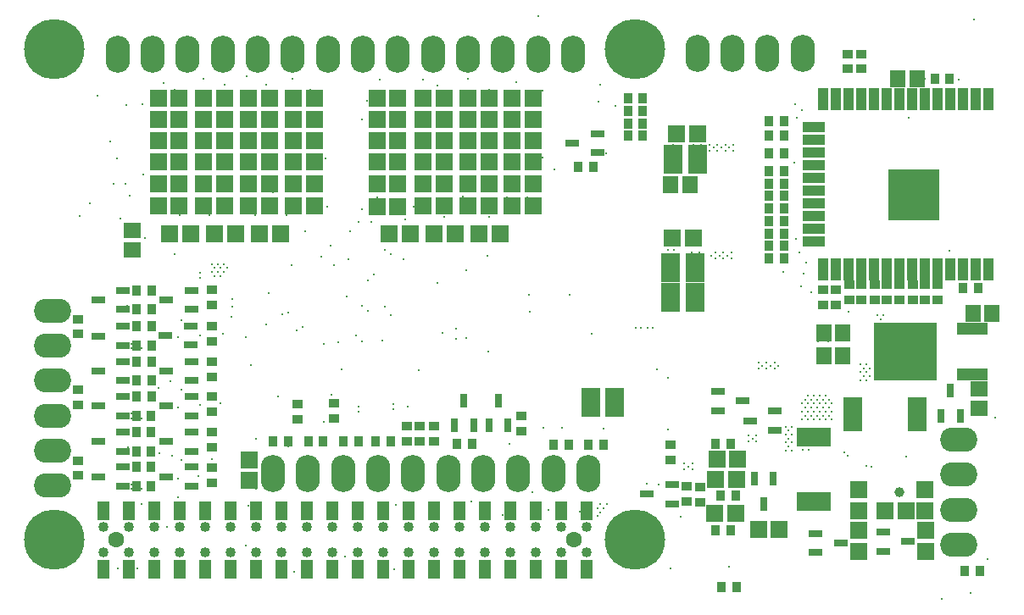
<source format=gbs>
G04*
G04 #@! TF.GenerationSoftware,Altium Limited,Altium Designer,18.0.7 (293)*
G04*
G04 Layer_Color=16711935*
%FSLAX25Y25*%
%MOIN*%
G70*
G01*
G75*
%ADD59R,0.03556X0.04343*%
%ADD60R,0.04343X0.03556*%
%ADD61R,0.06706X0.05918*%
%ADD62R,0.06706X0.06509*%
%ADD63R,0.06509X0.06706*%
%ADD80R,0.05564X0.03123*%
%ADD85R,0.05918X0.06706*%
%ADD87C,0.23716*%
%ADD88C,0.04016*%
%ADD89C,0.06299*%
%ADD90O,0.09658X0.14580*%
%ADD91O,0.14580X0.09658*%
%ADD92C,0.01300*%
%ADD93C,0.00787*%
%ADD94C,0.03937*%
%ADD132R,0.04816X0.07808*%
%ADD133R,0.07493X0.13398*%
%ADD134R,0.13398X0.07493*%
%ADD135R,0.07493X0.11400*%
%ADD136R,0.04343X0.08674*%
%ADD137R,0.08674X0.04343*%
%ADD138R,0.20485X0.20485*%
%ADD139R,0.24776X0.22965*%
%ADD140R,0.11942X0.04619*%
%ADD141R,0.03123X0.05564*%
D59*
X411221Y217913D02*
D03*
X417126D02*
D03*
X411221Y251969D02*
D03*
X417126D02*
D03*
X437992Y344488D02*
D03*
X432087D02*
D03*
X413189Y231496D02*
D03*
X419095D02*
D03*
X514961Y201772D02*
D03*
X509055D02*
D03*
X432087Y339567D02*
D03*
X437992D02*
D03*
X237205Y252756D02*
D03*
X243110D02*
D03*
X256890D02*
D03*
X250984D02*
D03*
X264764D02*
D03*
X270669D02*
D03*
X283268D02*
D03*
X277362D02*
D03*
X361181Y251575D02*
D03*
X367087D02*
D03*
X353307D02*
D03*
X347402D02*
D03*
X419291Y195472D02*
D03*
X413386D02*
D03*
X432087Y324803D02*
D03*
X437992D02*
D03*
X508465Y313189D02*
D03*
X514370D02*
D03*
X183268Y235236D02*
D03*
X189173D02*
D03*
X183268Y262795D02*
D03*
X189173D02*
D03*
X183465Y290551D02*
D03*
X189370D02*
D03*
X189173Y242717D02*
D03*
X183268D02*
D03*
X189370Y270472D02*
D03*
X183465D02*
D03*
X189370Y298031D02*
D03*
X183465D02*
D03*
X183268Y249016D02*
D03*
X189173D02*
D03*
X183465Y276969D02*
D03*
X189370D02*
D03*
X183465Y304724D02*
D03*
X189370D02*
D03*
X189173Y256496D02*
D03*
X183268D02*
D03*
X189370Y284252D02*
D03*
X183465D02*
D03*
X189370Y312205D02*
D03*
X183465D02*
D03*
X309449Y251969D02*
D03*
X315354D02*
D03*
X432087Y349410D02*
D03*
X437992D02*
D03*
X437992Y378740D02*
D03*
X432087D02*
D03*
X382480Y382874D02*
D03*
X376575D02*
D03*
X437992Y334646D02*
D03*
X432087D02*
D03*
X376575Y387795D02*
D03*
X382480D02*
D03*
X437992Y373031D02*
D03*
X432087D02*
D03*
X382480Y377953D02*
D03*
X376575D02*
D03*
Y373031D02*
D03*
X382480D02*
D03*
X437992Y354331D02*
D03*
X432087D02*
D03*
X437992Y359252D02*
D03*
X432087D02*
D03*
X503150Y395472D02*
D03*
X497244D02*
D03*
X357087Y361024D02*
D03*
X362992D02*
D03*
X432087Y329724D02*
D03*
X437992D02*
D03*
X432087Y366339D02*
D03*
X437992D02*
D03*
D60*
X404921Y228937D02*
D03*
Y234842D02*
D03*
X399803Y229134D02*
D03*
Y235039D02*
D03*
X473622Y314567D02*
D03*
Y308661D02*
D03*
X468504D02*
D03*
Y314567D02*
D03*
X463583D02*
D03*
Y308661D02*
D03*
X498425Y308622D02*
D03*
Y314528D02*
D03*
X483465Y314567D02*
D03*
Y308661D02*
D03*
X478543D02*
D03*
Y314567D02*
D03*
X493504D02*
D03*
Y308661D02*
D03*
X488583D02*
D03*
Y314567D02*
D03*
X463189Y405315D02*
D03*
Y399410D02*
D03*
X468504D02*
D03*
Y405315D02*
D03*
X261024Y267717D02*
D03*
Y261811D02*
D03*
X246850Y261614D02*
D03*
Y267520D02*
D03*
X334842Y262795D02*
D03*
Y256890D02*
D03*
X300394Y258858D02*
D03*
Y252953D02*
D03*
X294685Y258858D02*
D03*
Y252953D02*
D03*
X289764Y258858D02*
D03*
Y252953D02*
D03*
X160433Y245276D02*
D03*
Y239370D02*
D03*
Y273031D02*
D03*
Y267126D02*
D03*
Y300984D02*
D03*
Y295079D02*
D03*
X213189Y236614D02*
D03*
Y242520D02*
D03*
Y264567D02*
D03*
Y270472D02*
D03*
X213189Y292323D02*
D03*
Y298228D02*
D03*
Y250590D02*
D03*
Y256496D02*
D03*
X213189Y278346D02*
D03*
Y284252D02*
D03*
X213189Y306496D02*
D03*
Y312402D02*
D03*
X453543Y312598D02*
D03*
Y306693D02*
D03*
X458465Y312598D02*
D03*
Y306693D02*
D03*
X393307Y245669D02*
D03*
Y251575D02*
D03*
D61*
X181693Y328346D02*
D03*
Y335827D02*
D03*
X514567Y273425D02*
D03*
Y265945D02*
D03*
D62*
X227756Y245669D02*
D03*
Y237402D02*
D03*
X493701Y217717D02*
D03*
Y209449D02*
D03*
X277953Y379527D02*
D03*
Y387795D02*
D03*
X191929Y387795D02*
D03*
Y379528D02*
D03*
X296063Y379528D02*
D03*
Y387795D02*
D03*
X209646Y387795D02*
D03*
Y379528D02*
D03*
X313779Y379527D02*
D03*
Y387795D02*
D03*
X227362Y387795D02*
D03*
Y379528D02*
D03*
X331102Y379527D02*
D03*
Y387795D02*
D03*
X245079Y387795D02*
D03*
Y379528D02*
D03*
X286221Y379528D02*
D03*
Y387795D02*
D03*
X200197Y387795D02*
D03*
Y379528D02*
D03*
X304331Y379528D02*
D03*
Y387795D02*
D03*
X217913Y387795D02*
D03*
Y379528D02*
D03*
X322047Y379527D02*
D03*
Y387795D02*
D03*
X235630Y387795D02*
D03*
Y379528D02*
D03*
X339370Y379527D02*
D03*
Y387795D02*
D03*
X253346Y387795D02*
D03*
Y379528D02*
D03*
X286221Y362795D02*
D03*
Y371063D02*
D03*
X200197Y371063D02*
D03*
Y362795D02*
D03*
X304331Y362795D02*
D03*
Y371063D02*
D03*
X217913Y371063D02*
D03*
Y362795D02*
D03*
X322047Y362795D02*
D03*
Y371063D02*
D03*
X235630Y371063D02*
D03*
Y362795D02*
D03*
X339370Y362795D02*
D03*
Y371063D02*
D03*
X253346Y371063D02*
D03*
Y362795D02*
D03*
X277953Y371063D02*
D03*
Y362795D02*
D03*
X191929Y362795D02*
D03*
Y371063D02*
D03*
X296063Y371063D02*
D03*
Y362795D02*
D03*
X209646Y362795D02*
D03*
Y371063D02*
D03*
X313779Y371063D02*
D03*
Y362795D02*
D03*
X227362Y362795D02*
D03*
Y371063D02*
D03*
X331102Y371063D02*
D03*
Y362795D02*
D03*
X245079Y362795D02*
D03*
Y371063D02*
D03*
X493504Y233858D02*
D03*
Y225590D02*
D03*
X467323Y217913D02*
D03*
Y209646D02*
D03*
X467520Y225590D02*
D03*
Y233858D02*
D03*
D63*
X318110Y334646D02*
D03*
X326378D02*
D03*
X240158Y334449D02*
D03*
X231890D02*
D03*
X196457D02*
D03*
X204724D02*
D03*
X300394Y334646D02*
D03*
X308661D02*
D03*
X222441Y334449D02*
D03*
X214173D02*
D03*
X277953Y354134D02*
D03*
X286221D02*
D03*
X200197Y354134D02*
D03*
X191929D02*
D03*
X296063Y354134D02*
D03*
X304331D02*
D03*
X217913Y354134D02*
D03*
X209646D02*
D03*
X313779Y354134D02*
D03*
X322047D02*
D03*
X235630Y354134D02*
D03*
X227362D02*
D03*
X331102Y354134D02*
D03*
X339370D02*
D03*
X253346Y354134D02*
D03*
X245079D02*
D03*
X402362Y332874D02*
D03*
X394094D02*
D03*
X395866Y374016D02*
D03*
X404134D02*
D03*
X290945Y334646D02*
D03*
X282677D02*
D03*
X411614Y245866D02*
D03*
X419882D02*
D03*
X410827Y224606D02*
D03*
X419095D02*
D03*
X436221Y218110D02*
D03*
X427953D02*
D03*
X419488Y237992D02*
D03*
X411221D02*
D03*
X486024Y225590D02*
D03*
X477756D02*
D03*
X277953Y345276D02*
D03*
X286221D02*
D03*
X304331Y345669D02*
D03*
X296063D02*
D03*
X313779D02*
D03*
X322047D02*
D03*
X339370D02*
D03*
X331102D02*
D03*
X191929Y345472D02*
D03*
X200197D02*
D03*
X217913D02*
D03*
X209646D02*
D03*
X227362D02*
D03*
X235630D02*
D03*
X253346D02*
D03*
X245079D02*
D03*
D80*
X450394Y209055D02*
D03*
Y216535D02*
D03*
X460276Y212795D02*
D03*
X476949Y209646D02*
D03*
Y217126D02*
D03*
X486831Y213386D02*
D03*
X394114Y235827D02*
D03*
Y228346D02*
D03*
X384232Y232087D02*
D03*
X434469Y264764D02*
D03*
Y257283D02*
D03*
X424587Y261024D02*
D03*
X364587Y374016D02*
D03*
Y366535D02*
D03*
X354705Y370276D02*
D03*
X204921Y312205D02*
D03*
Y304724D02*
D03*
X195039Y308465D02*
D03*
X204921Y284252D02*
D03*
Y276772D02*
D03*
X195039Y280512D02*
D03*
X204961Y256496D02*
D03*
Y249016D02*
D03*
X195079Y252756D02*
D03*
X204744Y298228D02*
D03*
Y290748D02*
D03*
X194862Y294488D02*
D03*
X204921Y270472D02*
D03*
Y262992D02*
D03*
X195039Y266732D02*
D03*
X204961Y242717D02*
D03*
Y235236D02*
D03*
X195079Y238976D02*
D03*
X411988Y264961D02*
D03*
Y272441D02*
D03*
X421870Y268701D02*
D03*
X178169Y312205D02*
D03*
Y304724D02*
D03*
X168287Y308465D02*
D03*
X178169Y284252D02*
D03*
Y276772D02*
D03*
X168287Y280512D02*
D03*
X178169Y256496D02*
D03*
Y249016D02*
D03*
X168287Y252756D02*
D03*
X178150Y298031D02*
D03*
Y290551D02*
D03*
X168268Y294291D02*
D03*
X178169Y270472D02*
D03*
Y262992D02*
D03*
X168287Y266732D02*
D03*
X178169Y242717D02*
D03*
Y235236D02*
D03*
X168287Y238976D02*
D03*
D85*
X461221Y295472D02*
D03*
X453740D02*
D03*
X490354Y395669D02*
D03*
X482874D02*
D03*
X400984Y353740D02*
D03*
X393504D02*
D03*
X461221Y286614D02*
D03*
X453740D02*
D03*
X512402Y303346D02*
D03*
X519882D02*
D03*
D87*
X379528Y407087D02*
D03*
Y214173D02*
D03*
X151181Y407087D02*
D03*
Y214173D02*
D03*
D88*
X190354Y219193D02*
D03*
X170374Y209154D02*
D03*
X180413Y219193D02*
D03*
Y209154D02*
D03*
X170374Y219193D02*
D03*
X200394D02*
D03*
X210433Y209154D02*
D03*
Y219193D02*
D03*
X200394Y209154D02*
D03*
X220374Y219193D02*
D03*
X190354Y209154D02*
D03*
X220374D02*
D03*
X280315D02*
D03*
X250295D02*
D03*
X280315Y219193D02*
D03*
X260335Y209154D02*
D03*
X270374Y219193D02*
D03*
Y209154D02*
D03*
X260335Y219193D02*
D03*
X230315D02*
D03*
X240354Y209154D02*
D03*
Y219193D02*
D03*
X230315Y209154D02*
D03*
X250295Y219193D02*
D03*
X340256Y209252D02*
D03*
X310236Y209154D02*
D03*
X340354Y219193D02*
D03*
X320276Y209252D02*
D03*
X330315Y219193D02*
D03*
Y209252D02*
D03*
X320276Y219193D02*
D03*
X290354D02*
D03*
X300295Y209154D02*
D03*
Y219193D02*
D03*
X290354Y209154D02*
D03*
X310236Y219193D02*
D03*
X350295Y209154D02*
D03*
Y219193D02*
D03*
X360335D02*
D03*
X360335Y209154D02*
D03*
D89*
X175394Y214173D02*
D03*
X355315D02*
D03*
D90*
X327559Y405315D02*
D03*
X313779D02*
D03*
X231102D02*
D03*
X244882D02*
D03*
X300000D02*
D03*
X286221D02*
D03*
X203543D02*
D03*
X217323D02*
D03*
X258661D02*
D03*
X272441D02*
D03*
X189764D02*
D03*
X175984D02*
D03*
X305907Y240119D02*
D03*
X292127D02*
D03*
X319686D02*
D03*
X333466D02*
D03*
X341339Y405315D02*
D03*
X355118D02*
D03*
X417717Y405512D02*
D03*
X403937D02*
D03*
X431496D02*
D03*
X445276D02*
D03*
X237008Y240158D02*
D03*
X250787D02*
D03*
X278346D02*
D03*
X264567D02*
D03*
X347244D02*
D03*
X361024D02*
D03*
D91*
X150394Y249213D02*
D03*
Y235433D02*
D03*
Y290551D02*
D03*
Y304331D02*
D03*
Y276772D02*
D03*
Y262992D02*
D03*
X506891Y253504D02*
D03*
Y239725D02*
D03*
Y212166D02*
D03*
Y225945D02*
D03*
D92*
X257874Y364173D02*
D03*
X258268Y345276D02*
D03*
X322047Y341142D02*
D03*
X304528D02*
D03*
X288976Y340354D02*
D03*
X329134Y349016D02*
D03*
X337205D02*
D03*
X237205Y350787D02*
D03*
X311614Y349213D02*
D03*
X227559Y248425D02*
D03*
X257086Y260629D02*
D03*
X227362Y227559D02*
D03*
X230315Y234055D02*
D03*
X226378Y212008D02*
D03*
X230315Y236811D02*
D03*
X511417Y193307D02*
D03*
X486221Y246850D02*
D03*
X416535Y203543D02*
D03*
X226575Y396457D02*
D03*
X234252Y393110D02*
D03*
X209646Y395669D02*
D03*
X217913Y393109D02*
D03*
X198425Y391339D02*
D03*
X194476Y385249D02*
D03*
X301575Y392717D02*
D03*
X500197Y190945D02*
D03*
X337598Y310433D02*
D03*
X353739Y310432D02*
D03*
X338189Y303937D02*
D03*
X512598Y418898D02*
D03*
X244882Y395472D02*
D03*
X296063Y395276D02*
D03*
X313779Y395472D02*
D03*
X167913Y388779D02*
D03*
X239173Y270472D02*
D03*
X228346Y282874D02*
D03*
X226378Y293701D02*
D03*
X234449Y298819D02*
D03*
X230512Y253937D02*
D03*
X285433Y227755D02*
D03*
X243110Y250984D02*
D03*
X444685Y313779D02*
D03*
X445669Y318701D02*
D03*
X437598Y319685D02*
D03*
X521062Y262204D02*
D03*
X280118Y225394D02*
D03*
X412992Y237795D02*
D03*
X418307Y246654D02*
D03*
X406298Y229330D02*
D03*
X517913Y206496D02*
D03*
X451378Y292323D02*
D03*
X455512D02*
D03*
X493504Y395472D02*
D03*
X444094Y327165D02*
D03*
X446653Y323228D02*
D03*
X216535Y352362D02*
D03*
X189764Y346850D02*
D03*
X277953Y348819D02*
D03*
X314961Y229331D02*
D03*
X506890Y395079D02*
D03*
X341535Y420275D02*
D03*
X365747Y393109D02*
D03*
X365158Y386614D02*
D03*
X371654Y384842D02*
D03*
X309055Y293110D02*
D03*
Y297244D02*
D03*
X513583Y387598D02*
D03*
X388779Y235826D02*
D03*
X384055Y236221D02*
D03*
X392520Y257480D02*
D03*
X284646Y202559D02*
D03*
X362402Y295079D02*
D03*
X442717Y332677D02*
D03*
X493504Y387402D02*
D03*
X367913Y366339D02*
D03*
X487008Y380315D02*
D03*
X508465Y387598D02*
D03*
X345276Y225787D02*
D03*
X339180Y232700D02*
D03*
X357677Y225197D02*
D03*
X327362Y223819D02*
D03*
X321850Y288189D02*
D03*
X366929Y257874D02*
D03*
X350787Y258070D02*
D03*
X343307Y258071D02*
D03*
X347835Y359842D02*
D03*
X343109Y364566D02*
D03*
X303740Y295472D02*
D03*
X280118Y292519D02*
D03*
X295693Y258834D02*
D03*
X289961Y266535D02*
D03*
X513583Y320472D02*
D03*
X245472Y201378D02*
D03*
X265551Y207480D02*
D03*
X397441Y223228D02*
D03*
X266142Y309842D02*
D03*
X255906Y325394D02*
D03*
X463386Y303740D02*
D03*
X267323Y335630D02*
D03*
X259646Y329921D02*
D03*
X244291Y322244D02*
D03*
X270669Y339173D02*
D03*
X448818Y311613D02*
D03*
X388189Y281299D02*
D03*
X392323Y277756D02*
D03*
X473425Y387402D02*
D03*
X483465D02*
D03*
X478543D02*
D03*
X442126Y362598D02*
D03*
X503150Y327953D02*
D03*
X161221Y341535D02*
D03*
X164961Y346654D02*
D03*
X179527Y385039D02*
D03*
X195472Y219291D02*
D03*
X185433Y228149D02*
D03*
X249606Y335630D02*
D03*
X478543Y320276D02*
D03*
X483661D02*
D03*
X488583D02*
D03*
X493504D02*
D03*
X498425D02*
D03*
X294291Y280709D02*
D03*
X275787Y339173D02*
D03*
X272047Y344291D02*
D03*
X292323Y345276D02*
D03*
X286023Y390747D02*
D03*
X322047Y391141D02*
D03*
X342913Y390747D02*
D03*
X332677Y394094D02*
D03*
X212007Y341732D02*
D03*
X186208Y357822D02*
D03*
X229921Y341929D02*
D03*
X200394D02*
D03*
X180709Y349410D02*
D03*
X242323Y341732D02*
D03*
X329921Y251969D02*
D03*
X174409Y354330D02*
D03*
X473621Y320276D02*
D03*
X468504Y320275D02*
D03*
X463385Y320275D02*
D03*
X179133Y354330D02*
D03*
X274016Y387008D02*
D03*
X279134Y395276D02*
D03*
X272047Y379527D02*
D03*
X194094Y393700D02*
D03*
X185826Y385432D02*
D03*
X251575Y391339D02*
D03*
D93*
X212992Y245866D02*
D03*
X182087Y306102D02*
D03*
X182283Y277756D02*
D03*
X182087Y250394D02*
D03*
X191929Y273819D02*
D03*
X197244Y247047D02*
D03*
X192249Y248031D02*
D03*
X477165Y302559D02*
D03*
X474803D02*
D03*
X179724Y306102D02*
D03*
X179921Y250394D02*
D03*
X180118Y277756D02*
D03*
X183268Y261811D02*
D03*
X179331Y263779D02*
D03*
X181299D02*
D03*
Y261811D02*
D03*
X177362D02*
D03*
X179331D02*
D03*
X260039Y271062D02*
D03*
X470472Y243110D02*
D03*
X472440Y242913D02*
D03*
X401968Y244094D02*
D03*
X398819Y244094D02*
D03*
X181299Y236024D02*
D03*
Y234055D02*
D03*
X284252Y267520D02*
D03*
Y265551D02*
D03*
X270669Y266535D02*
D03*
Y264567D02*
D03*
X449803D02*
D03*
X220866Y301969D02*
D03*
X221063Y305709D02*
D03*
Y308858D02*
D03*
X257087Y291142D02*
D03*
X263976Y281299D02*
D03*
X235236Y311220D02*
D03*
X240572Y302735D02*
D03*
X198425Y326575D02*
D03*
X216535Y267717D02*
D03*
X246259Y296653D02*
D03*
X395669Y374213D02*
D03*
X176181Y202953D02*
D03*
X183661Y202756D02*
D03*
X384449Y297441D02*
D03*
X416535Y368504D02*
D03*
X418110Y369685D02*
D03*
X411811D02*
D03*
X414961Y367323D02*
D03*
X411811D02*
D03*
X413386Y368504D02*
D03*
X410236D02*
D03*
X418110Y367323D02*
D03*
X414961Y369685D02*
D03*
X408661Y367323D02*
D03*
Y369685D02*
D03*
X274410Y316339D02*
D03*
X394882Y331299D02*
D03*
Y328150D02*
D03*
X392520Y331299D02*
D03*
X392520Y325000D02*
D03*
X394882D02*
D03*
X393701Y326575D02*
D03*
X364567Y226575D02*
D03*
X367126Y226575D02*
D03*
X365748Y228150D02*
D03*
Y225000D02*
D03*
X429528Y282677D02*
D03*
X427953Y283858D02*
D03*
X434252Y281496D02*
D03*
X432677Y282677D02*
D03*
X434252Y283858D02*
D03*
X435827Y282677D02*
D03*
X431102Y283858D02*
D03*
X452165Y270866D02*
D03*
X449803D02*
D03*
X447441D02*
D03*
X453346Y262992D02*
D03*
X454528Y270866D02*
D03*
X456890Y267717D02*
D03*
X447441Y261417D02*
D03*
X448622Y269291D02*
D03*
Y266142D02*
D03*
X447441Y267717D02*
D03*
Y264567D02*
D03*
X449803Y267717D02*
D03*
Y261417D02*
D03*
X455709Y269291D02*
D03*
X456890Y264567D02*
D03*
X455709Y266142D02*
D03*
X454528Y264567D02*
D03*
X453346Y269291D02*
D03*
X454528Y267717D02*
D03*
X453346Y266142D02*
D03*
X450984Y269291D02*
D03*
X452165Y267717D02*
D03*
X450984Y266142D02*
D03*
X452165Y264567D02*
D03*
X450984Y262992D02*
D03*
X448622D02*
D03*
X455709D02*
D03*
X452165Y261417D02*
D03*
X456890D02*
D03*
X454528D02*
D03*
X446260Y262992D02*
D03*
X445079Y264567D02*
D03*
Y267717D02*
D03*
X446260Y266142D02*
D03*
Y269291D02*
D03*
X445079Y261417D02*
D03*
X446457Y257480D02*
D03*
X445276Y252756D02*
D03*
X446457Y251181D02*
D03*
X445276Y255906D02*
D03*
X446457Y254331D02*
D03*
X447638Y252756D02*
D03*
X445276Y249606D02*
D03*
X447638D02*
D03*
X475984Y300984D02*
D03*
X470472Y280118D02*
D03*
X470472Y283268D02*
D03*
X470472Y276969D02*
D03*
X468110D02*
D03*
X469291Y278543D02*
D03*
X199606Y230906D02*
D03*
X181299Y289370D02*
D03*
X179331D02*
D03*
X179331Y236024D02*
D03*
X177362D02*
D03*
X248622Y297835D02*
D03*
X393307Y202756D02*
D03*
X368307Y228150D02*
D03*
X364567Y223425D02*
D03*
X386417Y297441D02*
D03*
X427953Y281496D02*
D03*
X431102D02*
D03*
X401575Y327165D02*
D03*
X424016Y252756D02*
D03*
X425591Y253937D02*
D03*
X427165Y252756D02*
D03*
Y255118D02*
D03*
X401968Y241732D02*
D03*
X400394Y242913D02*
D03*
X398819Y241732D02*
D03*
X391732Y355118D02*
D03*
X404331Y311811D02*
D03*
X403150Y310236D02*
D03*
X404331Y308661D02*
D03*
X403150Y307087D02*
D03*
X401968Y308661D02*
D03*
X403150Y313386D02*
D03*
X401968Y311811D02*
D03*
X312992Y320276D02*
D03*
X288386Y324606D02*
D03*
X321457Y325984D02*
D03*
X196850Y276378D02*
D03*
X200984Y300590D02*
D03*
X281102Y305905D02*
D03*
X274410Y304331D02*
D03*
X272047Y306299D02*
D03*
X281102Y328150D02*
D03*
X276772Y318504D02*
D03*
X283464Y326574D02*
D03*
X312992Y293504D02*
D03*
X183268Y234055D02*
D03*
X269685Y294488D02*
D03*
X272047Y292126D02*
D03*
X301575Y315354D02*
D03*
X261024Y322047D02*
D03*
X266732Y324410D02*
D03*
X283268Y302559D02*
D03*
X262598Y291732D02*
D03*
X461614Y248425D02*
D03*
X379724Y297441D02*
D03*
X381693D02*
D03*
X390945Y313386D02*
D03*
Y307087D02*
D03*
Y310236D02*
D03*
X393307Y374213D02*
D03*
X445079Y383071D02*
D03*
X442520Y385433D02*
D03*
X442913Y380315D02*
D03*
X185236Y234055D02*
D03*
X175787Y364173D02*
D03*
X177165Y340550D02*
D03*
X186614Y332874D02*
D03*
X215354Y322638D02*
D03*
X208465Y319094D02*
D03*
X208465Y317126D02*
D03*
X217717Y322638D02*
D03*
X219094Y321063D02*
D03*
X216535D02*
D03*
X463189Y247244D02*
D03*
X424016Y255118D02*
D03*
X391732Y352756D02*
D03*
X393307Y353937D02*
D03*
Y356299D02*
D03*
X394882Y355118D02*
D03*
Y352756D02*
D03*
X399213Y356693D02*
D03*
X400394Y355118D02*
D03*
X401575Y356693D02*
D03*
X402756Y355118D02*
D03*
X401575Y353543D02*
D03*
X399213D02*
D03*
X395669Y313386D02*
D03*
X393307D02*
D03*
Y307087D02*
D03*
X392126Y311811D02*
D03*
Y308661D02*
D03*
X393307Y310236D02*
D03*
X394488Y311811D02*
D03*
X395669Y310236D02*
D03*
X394488Y308661D02*
D03*
X395669Y307087D02*
D03*
X394488Y305512D02*
D03*
X392126D02*
D03*
X405512Y313386D02*
D03*
X400787D02*
D03*
Y310236D02*
D03*
Y307087D02*
D03*
X405512Y310236D02*
D03*
Y307087D02*
D03*
X468110Y283268D02*
D03*
X469291Y281693D02*
D03*
X468110Y280118D02*
D03*
X471654Y281693D02*
D03*
Y278543D02*
D03*
X402362Y369685D02*
D03*
X403937Y368504D02*
D03*
X395669Y371063D02*
D03*
X393307Y367913D02*
D03*
X393307Y371063D02*
D03*
X394488Y369488D02*
D03*
Y372638D02*
D03*
X395669Y367913D02*
D03*
X405512Y369685D02*
D03*
X404724Y327165D02*
D03*
X440945Y258661D02*
D03*
X438583D02*
D03*
X440945Y252362D02*
D03*
X438583Y249213D02*
D03*
X439764Y257087D02*
D03*
Y253937D02*
D03*
X438583Y255512D02*
D03*
Y252362D02*
D03*
X440945Y255512D02*
D03*
Y249213D02*
D03*
X439764Y250787D02*
D03*
X417323Y324803D02*
D03*
Y327165D02*
D03*
X414173Y324803D02*
D03*
X412598Y325984D02*
D03*
X411024Y324803D02*
D03*
X409449Y325984D02*
D03*
X406299D02*
D03*
X404724Y324803D02*
D03*
X401575D02*
D03*
X393701Y329724D02*
D03*
X392520Y328150D02*
D03*
X403150Y325984D02*
D03*
X411024Y327165D02*
D03*
X415748Y325984D02*
D03*
X414173Y327165D02*
D03*
X447638Y255906D02*
D03*
X173228Y370866D02*
D03*
X212992Y322638D02*
D03*
X214173Y321063D02*
D03*
X217717Y319488D02*
D03*
X215354D02*
D03*
X212992D02*
D03*
X214173Y317913D02*
D03*
X216535D02*
D03*
X217322Y295275D02*
D03*
X242913Y303543D02*
D03*
X208268Y294488D02*
D03*
X208465Y267126D02*
D03*
X207677Y239173D02*
D03*
X199803Y238187D02*
D03*
X177362Y234055D02*
D03*
X179331D02*
D03*
X183268Y289370D02*
D03*
X185236D02*
D03*
X177362D02*
D03*
Y291339D02*
D03*
X179331D02*
D03*
X181299D02*
D03*
X183268D02*
D03*
X183268Y236024D02*
D03*
X183268Y263779D02*
D03*
X177362D02*
D03*
X185236Y261811D02*
D03*
X201029Y245478D02*
D03*
X200989Y273234D02*
D03*
X199803Y266140D02*
D03*
Y293699D02*
D03*
D94*
X483465Y232874D02*
D03*
D132*
X260354Y225673D02*
D03*
X170354D02*
D03*
X180354D02*
D03*
X190354D02*
D03*
X170354Y202673D02*
D03*
X180354D02*
D03*
X200354Y225673D02*
D03*
X210354D02*
D03*
X220354D02*
D03*
X230354D02*
D03*
X240354D02*
D03*
X250354D02*
D03*
X190354Y202673D02*
D03*
X200354D02*
D03*
X210354D02*
D03*
X220354D02*
D03*
X230354D02*
D03*
X240354D02*
D03*
X250354D02*
D03*
X260354D02*
D03*
X270354Y225673D02*
D03*
X280354D02*
D03*
X290354D02*
D03*
X300354D02*
D03*
X310354D02*
D03*
X320354D02*
D03*
X330354D02*
D03*
X340354D02*
D03*
X350354D02*
D03*
X360354D02*
D03*
X270354Y202673D02*
D03*
X280354D02*
D03*
X290354D02*
D03*
X300354D02*
D03*
X310354D02*
D03*
X320354D02*
D03*
X330354D02*
D03*
X340354D02*
D03*
X350354D02*
D03*
X360354D02*
D03*
D133*
X490256Y263386D02*
D03*
X464961D02*
D03*
D134*
X449803Y229331D02*
D03*
Y254626D02*
D03*
D135*
X362008Y268307D02*
D03*
X371457D02*
D03*
X403937Y363779D02*
D03*
X394488D02*
D03*
X402953Y309449D02*
D03*
X393504D02*
D03*
X402953Y321260D02*
D03*
X393504D02*
D03*
D136*
X518504Y387402D02*
D03*
X513504D02*
D03*
X508504D02*
D03*
X503504D02*
D03*
X498504D02*
D03*
X493504D02*
D03*
X488504D02*
D03*
X483504D02*
D03*
X478504D02*
D03*
X473504D02*
D03*
X468504D02*
D03*
X463504D02*
D03*
X458504D02*
D03*
X453504D02*
D03*
Y320472D02*
D03*
X458504D02*
D03*
X463504D02*
D03*
X468504D02*
D03*
X473504D02*
D03*
X478504D02*
D03*
X483504D02*
D03*
X488504D02*
D03*
X493504D02*
D03*
X498504D02*
D03*
X503504D02*
D03*
X508504D02*
D03*
X513504D02*
D03*
X518504D02*
D03*
D137*
X449567Y376437D02*
D03*
Y371437D02*
D03*
Y366437D02*
D03*
Y361437D02*
D03*
Y356437D02*
D03*
Y351437D02*
D03*
Y346437D02*
D03*
Y341437D02*
D03*
Y336437D02*
D03*
Y331437D02*
D03*
D138*
X488976Y350000D02*
D03*
D139*
X485787Y288189D02*
D03*
D140*
X511969Y279173D02*
D03*
Y297205D02*
D03*
D141*
X329528Y259055D02*
D03*
X322047D02*
D03*
X325787Y268937D02*
D03*
X315945Y259035D02*
D03*
X308465D02*
D03*
X312205Y268917D02*
D03*
X507283Y262972D02*
D03*
X499803D02*
D03*
X503543Y272854D02*
D03*
X430118Y228327D02*
D03*
X433858Y238209D02*
D03*
X426378D02*
D03*
M02*

</source>
